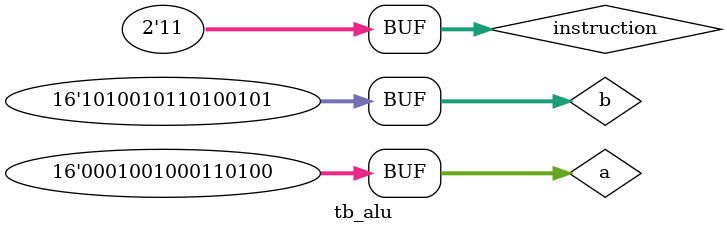
<source format=sv>
module tb_alu;
    logic [1:0] instruction;
    logic [15:0] a, b, result; 

    alu uut (
        .instruction(instruction),
        .a(a),
        .b(b),
        .result(result)
    );

    task testcase (
        input [1:0] instr,
        input [15:0] operand_a,
        input [15:0] operand_b    
    );
    begin
        instruction = instr;
        a = operand_a;
        b = operand_b;
        #1;
    end
    endtask

    initial begin
        $dumpfile("alu.vcd");
        $dumpvars(0, tb_alu);

        // add
        testcase(2'b00, 16'd10, 16'd15);
        testcase(2'b00, 16'd10000, 16'd2000);

        // sub
        testcase(2'b01, 16'd50, 16'd20);
        testcase(2'b01, 16'd3000, 16'd1500);

        // encrypt
        testcase(2'b10, 16'hA5A5, 16'h1234);
        testcase(2'b10, 16'hFFFF, 16'h0001);

        // decrypt
        testcase(2'b11, 16'h0001, 16'hFFFF);
        testcase(2'b11, 16'h1234, 16'hA5A5);
    end
endmodule
</source>
